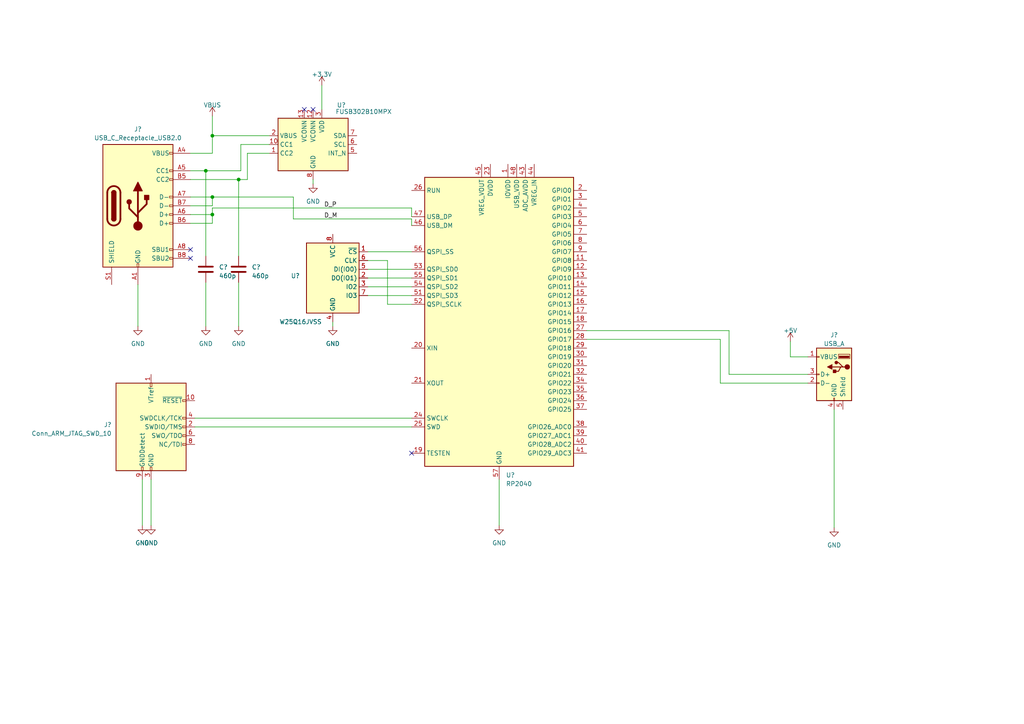
<source format=kicad_sch>
(kicad_sch (version 20230121) (generator eeschema)
  (paper "A4")
  (lib_symbols
    (symbol "Connector:Conn_ARM_JTAG_SWD_10" (pin_names (offset 1.016))
      (property "Reference" "J" (at -2.54 16.51 0))
      (property "Value" "Conn_ARM_JTAG_SWD_10" (at -2.54 13.97 0))
      (symbol "Conn_ARM_JTAG_SWD_10_0_1"
        (rectangle (start -10.16 12.7) (end 10.16 -12.7) (stroke (width 0.254)) (fill (type background)))
        (rectangle (start -2.794 -12.7) (end -2.286 -11.684))
        (rectangle (start -0.254 -12.7) (end 0.254 -11.684))
        (rectangle (start -0.254 12.7) (end 0.254 11.684))
        (rectangle (start 9.144 2.286) (end 10.16 2.794))
        (rectangle (start 10.16 -2.794) (end 9.144 -2.286))
        (rectangle (start 10.16 -0.254) (end 9.144 0.254))
        (rectangle (start 10.16 7.874) (end 9.144 7.366))
      )
      (symbol "Conn_ARM_JTAG_SWD_10_1_1"
        (rectangle (start 9.144 -5.334) (end 10.16 -4.826))
        (pin power_in line (at 0 15.24 270) (length 2.54) (name "VTref") (number "1"))
        (pin open_collector line (at 12.7 7.62 180) (length 2.54) (name "~{RESET}") (number "10"))
        (pin bidirectional line (at 12.7 0 180) (length 2.54) (name "SWDIO/TMS") (number "2"))
        (pin power_in line (at 0 -15.24 90) (length 2.54) (name "GND") (number "3"))
        (pin output line (at 12.7 2.54 180) (length 2.54) (name "SWDCLK/TCK") (number "4"))
        (pin passive line (at 0 -15.24 90) (length 2.54) hide (name "GND") (number "5"))
        (pin input line (at 12.7 -2.54 180) (length 2.54) (name "SWO/TDO") (number "6"))
        (pin no_connect line (at -10.16 0 0) (length 2.54) hide (name "KEY") (number "7"))
        (pin output line (at 12.7 -5.08 180) (length 2.54) (name "NC/TDI") (number "8"))
        (pin passive line (at -2.54 -15.24 90) (length 2.54) (name "GNDDetect") (number "9"))
      )
    )
    (symbol "Connector:USB_A" (pin_names (offset 1.016))
      (property "Reference" "J" (at -5.08 11.43 0))
      (property "Value" "USB_A" (at -5.08 8.89 0))
      (symbol "USB_A_0_1"
        (rectangle (start -5.08 -7.62) (end 5.08 7.62) (stroke (width 0.254)) (fill (type background)))
        (circle (center -3.81 2.159) (radius 0.635) (stroke (width 0.254)) (fill (type outline)))
        (rectangle (start -1.524 4.826) (end -4.318 5.334) (fill (type outline)))
        (rectangle (start -1.27 4.572) (end -4.572 5.842))
        (circle (center -0.635 3.429) (radius 0.381) (stroke (width 0.254)) (fill (type outline)))
        (rectangle (start -0.127 -7.62) (end 0.127 -6.858))
        (polyline (pts (xy -3.175 2.159) (xy -2.54 2.159) (xy -1.27 3.429) (xy -0.635 3.429)) (stroke (width 0.254)))
        (polyline (pts (xy -2.54 2.159) (xy -1.905 2.159) (xy -1.27 0.889) (xy 0 0.889)) (stroke (width 0.254)))
        (polyline (pts (xy 0.635 2.794) (xy 0.635 1.524) (xy 1.905 2.159) (xy 0.635 2.794)) (stroke (width 0.254)) (fill (type outline)))
        (rectangle (start 0.254 1.27) (end -0.508 0.508) (stroke (width 0.254)) (fill (type outline)))
        (rectangle (start 5.08 -2.667) (end 4.318 -2.413))
        (rectangle (start 5.08 -0.127) (end 4.318 0.127))
        (rectangle (start 5.08 4.953) (end 4.318 5.207))
      )
      (symbol "USB_A_1_1"
        (polyline (pts (xy -1.905 2.159) (xy 0.635 2.159)) (stroke (width 0.254)))
        (pin power_in line (at 7.62 5.08 180) (length 2.54) (name "VBUS") (number "1"))
        (pin bidirectional line (at 7.62 -2.54 180) (length 2.54) (name "D-") (number "2"))
        (pin bidirectional line (at 7.62 0 180) (length 2.54) (name "D+") (number "3"))
        (pin power_in line (at 0 -10.16 90) (length 2.54) (name "GND") (number "4"))
        (pin passive line (at -2.54 -10.16 90) (length 2.54) (name "Shield") (number "5"))
      )
    )
    (symbol "Connector:USB_C_Receptacle_USB2.0" (pin_names (offset 1.016))
      (property "Reference" "J" (at -10.16 19.05 0))
      (property "Value" "USB_C_Receptacle_USB2.0" (at 19.05 19.05 0))
      (symbol "USB_C_Receptacle_USB2.0_0_0"
        (rectangle (start -0.254 -17.78) (end 0.254 -16.764))
        (rectangle (start 10.16 -14.986) (end 9.144 -15.494))
        (rectangle (start 10.16 -12.446) (end 9.144 -12.954))
        (rectangle (start 10.16 -4.826) (end 9.144 -5.334))
        (rectangle (start 10.16 -2.286) (end 9.144 -2.794))
        (rectangle (start 10.16 0.254) (end 9.144 -0.254))
        (rectangle (start 10.16 2.794) (end 9.144 2.286))
        (rectangle (start 10.16 7.874) (end 9.144 7.366))
        (rectangle (start 10.16 10.414) (end 9.144 9.906))
        (rectangle (start 10.16 15.494) (end 9.144 14.986))
      )
      (symbol "USB_C_Receptacle_USB2.0_0_1"
        (rectangle (start -10.16 17.78) (end 10.16 -17.78) (stroke (width 0.254)) (fill (type background)))
        (arc (start -8.89 -3.81) (mid -6.985 -5.7067) (end -5.08 -3.81) (stroke (width 0.508)))
        (arc (start -7.62 -3.81) (mid -6.985 -4.4423) (end -6.35 -3.81) (stroke (width 0.254)))
        (arc (start -7.62 -3.81) (mid -6.985 -4.4423) (end -6.35 -3.81) (stroke (width 0.254)) (fill (type outline)))
        (rectangle (start -7.62 -3.81) (end -6.35 3.81) (stroke (width 0.254)) (fill (type outline)))
        (arc (start -6.35 3.81) (mid -6.985 4.4423) (end -7.62 3.81) (stroke (width 0.254)))
        (arc (start -6.35 3.81) (mid -6.985 4.4423) (end -7.62 3.81) (stroke (width 0.254)) (fill (type outline)))
        (arc (start -5.08 3.81) (mid -6.985 5.7067) (end -8.89 3.81) (stroke (width 0.508)))
        (circle (center -2.54 1.143) (radius 0.635) (stroke (width 0.254)) (fill (type outline)))
        (circle (center 0 -5.842) (radius 1.27) (fill (type outline)))
        (polyline (pts (xy -8.89 -3.81) (xy -8.89 3.81)) (stroke (width 0.508)))
        (polyline (pts (xy -5.08 3.81) (xy -5.08 -3.81)) (stroke (width 0.508)))
        (polyline (pts (xy 0 -5.842) (xy 0 4.318)) (stroke (width 0.508)))
        (polyline (pts (xy 0 -3.302) (xy -2.54 -0.762) (xy -2.54 0.508)) (stroke (width 0.508)))
        (polyline (pts (xy 0 -2.032) (xy 2.54 0.508) (xy 2.54 1.778)) (stroke (width 0.508)))
        (polyline (pts (xy -1.27 4.318) (xy 0 6.858) (xy 1.27 4.318) (xy -1.27 4.318)) (stroke (width 0.254)) (fill (type outline)))
        (rectangle (start 1.905 1.778) (end 3.175 3.048) (stroke (width 0.254)) (fill (type outline)))
      )
      (symbol "USB_C_Receptacle_USB2.0_1_1"
        (pin passive line (at 0 -22.86 90) (length 5.08) (name "GND") (number "A1"))
        (pin passive line (at 0 -22.86 90) (length 5.08) hide (name "GND") (number "A12"))
        (pin passive line (at 15.24 15.24 180) (length 5.08) (name "VBUS") (number "A4"))
        (pin bidirectional line (at 15.24 10.16 180) (length 5.08) (name "CC1") (number "A5"))
        (pin bidirectional line (at 15.24 -2.54 180) (length 5.08) (name "D+") (number "A6"))
        (pin bidirectional line (at 15.24 2.54 180) (length 5.08) (name "D-") (number "A7"))
        (pin bidirectional line (at 15.24 -12.7 180) (length 5.08) (name "SBU1") (number "A8"))
        (pin passive line (at 15.24 15.24 180) (length 5.08) hide (name "VBUS") (number "A9"))
        (pin passive line (at 0 -22.86 90) (length 5.08) hide (name "GND") (number "B1"))
        (pin passive line (at 0 -22.86 90) (length 5.08) hide (name "GND") (number "B12"))
        (pin passive line (at 15.24 15.24 180) (length 5.08) hide (name "VBUS") (number "B4"))
        (pin bidirectional line (at 15.24 7.62 180) (length 5.08) (name "CC2") (number "B5"))
        (pin bidirectional line (at 15.24 -5.08 180) (length 5.08) (name "D+") (number "B6"))
        (pin bidirectional line (at 15.24 0 180) (length 5.08) (name "D-") (number "B7"))
        (pin bidirectional line (at 15.24 -15.24 180) (length 5.08) (name "SBU2") (number "B8"))
        (pin passive line (at 15.24 15.24 180) (length 5.08) hide (name "VBUS") (number "B9"))
        (pin passive line (at -7.62 -22.86 90) (length 5.08) (name "SHIELD") (number "S1"))
      )
    )
    (symbol "Device:C" (pin_numbers hide) (pin_names (offset 0.254))
      (property "Reference" "C" (at 0.635 2.54 0))
      (property "Value" "C" (at 0.635 -2.54 0))
      (symbol "C_0_1"
        (polyline (pts (xy -2.032 -0.762) (xy 2.032 -0.762)) (stroke (width 0.508)))
        (polyline (pts (xy -2.032 0.762) (xy 2.032 0.762)) (stroke (width 0.508)))
      )
      (symbol "C_1_1"
        (pin passive line (at 0 3.81 270) (length 2.794) (name "~") (number "1"))
        (pin passive line (at 0 -3.81 90) (length 2.794) (name "~") (number "2"))
      )
    )
    (symbol "Interface_USB:FUSB302B10MPX"
      (property "Reference" "U" (at -10.16 8.89 0))
      (property "Value" "FUSB302B10MPX" (at 3.81 8.89 0))
      (symbol "FUSB302B10MPX_0_1"
        (rectangle (start -10.16 7.62) (end 10.16 -7.62) (stroke (width 0.254)) (fill (type background)))
      )
      (symbol "FUSB302B10MPX_1_1"
        (pin bidirectional line (at 12.7 -2.54 180) (length 2.54) (name "CC2") (number "1"))
        (pin bidirectional line (at 12.7 0 180) (length 2.54) (name "CC1") (number "10"))
        (pin bidirectional line (at 12.7 0 180) (length 2.54) hide (name "CC1") (number "11"))
        (pin power_in line (at 0 10.16 270) (length 2.54) (name "VCONN") (number "12"))
        (pin power_in line (at 2.54 10.16 270) (length 2.54) (name "VCONN") (number "13"))
        (pin bidirectional line (at 12.7 -2.54 180) (length 2.54) hide (name "CC2") (number "14"))
        (pin passive line (at 0 -10.16 90) (length 2.54) hide (name "GND") (number "15"))
        (pin input line (at 12.7 2.54 180) (length 2.54) (name "VBUS") (number "2"))
        (pin power_in line (at -2.54 10.16 270) (length 2.54) (name "VDD") (number "3"))
        (pin passive line (at -2.54 10.16 270) (length 2.54) hide (name "VDD") (number "4"))
        (pin open_collector line (at -12.7 -2.54 0) (length 2.54) (name "INT_N") (number "5"))
        (pin input line (at -12.7 0 0) (length 2.54) (name "SCL") (number "6"))
        (pin bidirectional line (at -12.7 2.54 0) (length 2.54) (name "SDA") (number "7"))
        (pin power_in line (at 0 -10.16 90) (length 2.54) (name "GND") (number "8"))
        (pin passive line (at 0 -10.16 90) (length 2.54) hide (name "GND") (number "9"))
      )
    )
    (symbol "MCU_RaspberryPi:RP2040"
      (property "Reference" "U" (at 17.78 45.72 0))
      (property "Value" "RP2040" (at 17.78 43.18 0))
      (symbol "RP2040_0_1"
        (rectangle (start -21.59 41.91) (end 21.59 -41.91) (stroke (width 0.254)) (fill (type background)))
      )
      (symbol "RP2040_1_1"
        (pin power_in line (at 2.54 45.72 270) (length 3.81) (name "IOVDD") (number "1"))
        (pin passive line (at 2.54 45.72 270) (length 3.81) hide (name "IOVDD") (number "10"))
        (pin bidirectional line (at 25.4 17.78 180) (length 3.81) (name "GPIO8") (number "11"))
        (pin bidirectional line (at 25.4 15.24 180) (length 3.81) (name "GPIO9") (number "12"))
        (pin bidirectional line (at 25.4 12.7 180) (length 3.81) (name "GPIO10") (number "13"))
        (pin bidirectional line (at 25.4 10.16 180) (length 3.81) (name "GPIO11") (number "14"))
        (pin bidirectional line (at 25.4 7.62 180) (length 3.81) (name "GPIO12") (number "15"))
        (pin bidirectional line (at 25.4 5.08 180) (length 3.81) (name "GPIO13") (number "16"))
        (pin bidirectional line (at 25.4 2.54 180) (length 3.81) (name "GPIO14") (number "17"))
        (pin bidirectional line (at 25.4 0 180) (length 3.81) (name "GPIO15") (number "18"))
        (pin input line (at -25.4 -38.1 0) (length 3.81) (name "TESTEN") (number "19"))
        (pin bidirectional line (at 25.4 38.1 180) (length 3.81) (name "GPIO0") (number "2"))
        (pin input line (at -25.4 -7.62 0) (length 3.81) (name "XIN") (number "20"))
        (pin passive line (at -25.4 -17.78 0) (length 3.81) (name "XOUT") (number "21"))
        (pin passive line (at 2.54 45.72 270) (length 3.81) hide (name "IOVDD") (number "22"))
        (pin power_in line (at -2.54 45.72 270) (length 3.81) (name "DVDD") (number "23"))
        (pin input line (at -25.4 -27.94 0) (length 3.81) (name "SWCLK") (number "24"))
        (pin bidirectional line (at -25.4 -30.48 0) (length 3.81) (name "SWD") (number "25"))
        (pin input line (at -25.4 38.1 0) (length 3.81) (name "RUN") (number "26"))
        (pin bidirectional line (at 25.4 -2.54 180) (length 3.81) (name "GPIO16") (number "27"))
        (pin bidirectional line (at 25.4 -5.08 180) (length 3.81) (name "GPIO17") (number "28"))
        (pin bidirectional line (at 25.4 -7.62 180) (length 3.81) (name "GPIO18") (number "29"))
        (pin bidirectional line (at 25.4 35.56 180) (length 3.81) (name "GPIO1") (number "3"))
        (pin bidirectional line (at 25.4 -10.16 180) (length 3.81) (name "GPIO19") (number "30"))
        (pin bidirectional line (at 25.4 -12.7 180) (length 3.81) (name "GPIO20") (number "31"))
        (pin bidirectional line (at 25.4 -15.24 180) (length 3.81) (name "GPIO21") (number "32"))
        (pin passive line (at 2.54 45.72 270) (length 3.81) hide (name "IOVDD") (number "33"))
        (pin bidirectional line (at 25.4 -17.78 180) (length 3.81) (name "GPIO22") (number "34"))
        (pin bidirectional line (at 25.4 -20.32 180) (length 3.81) (name "GPIO23") (number "35"))
        (pin bidirectional line (at 25.4 -22.86 180) (length 3.81) (name "GPIO24") (number "36"))
        (pin bidirectional line (at 25.4 -25.4 180) (length 3.81) (name "GPIO25") (number "37"))
        (pin bidirectional line (at 25.4 -30.48 180) (length 3.81) (name "GPIO26_ADC0") (number "38"))
        (pin bidirectional line (at 25.4 -33.02 180) (length 3.81) (name "GPIO27_ADC1") (number "39"))
        (pin bidirectional line (at 25.4 33.02 180) (length 3.81) (name "GPIO2") (number "4"))
        (pin bidirectional line (at 25.4 -35.56 180) (length 3.81) (name "GPIO28_ADC2") (number "40"))
        (pin bidirectional line (at 25.4 -38.1 180) (length 3.81) (name "GPIO29_ADC3") (number "41"))
        (pin passive line (at 2.54 45.72 270) (length 3.81) hide (name "IOVDD") (number "42"))
        (pin power_in line (at 7.62 45.72 270) (length 3.81) (name "ADC_AVDD") (number "43"))
        (pin power_in line (at 10.16 45.72 270) (length 3.81) (name "VREG_IN") (number "44"))
        (pin power_out line (at -5.08 45.72 270) (length 3.81) (name "VREG_VOUT") (number "45"))
        (pin bidirectional line (at -25.4 27.94 0) (length 3.81) (name "USB_DM") (number "46"))
        (pin bidirectional line (at -25.4 30.48 0) (length 3.81) (name "USB_DP") (number "47"))
        (pin power_in line (at 5.08 45.72 270) (length 3.81) (name "USB_VDD") (number "48"))
        (pin passive line (at 2.54 45.72 270) (length 3.81) hide (name "IOVDD") (number "49"))
        (pin bidirectional line (at 25.4 30.48 180) (length 3.81) (name "GPIO3") (number "5"))
        (pin passive line (at -2.54 45.72 270) (length 3.81) hide (name "DVDD") (number "50"))
        (pin bidirectional line (at -25.4 7.62 0) (length 3.81) (name "QSPI_SD3") (number "51"))
        (pin output line (at -25.4 5.08 0) (length 3.81) (name "QSPI_SCLK") (number "52"))
        (pin bidirectional line (at -25.4 15.24 0) (length 3.81) (name "QSPI_SD0") (number "53"))
        (pin bidirectional line (at -25.4 10.16 0) (length 3.81) (name "QSPI_SD2") (number "54"))
        (pin bidirectional line (at -25.4 12.7 0) (length 3.81) (name "QSPI_SD1") (number "55"))
        (pin bidirectional line (at -25.4 20.32 0) (length 3.81) (name "QSPI_SS") (number "56"))
        (pin power_in line (at 0 -45.72 90) (length 3.81) (name "GND") (number "57"))
        (pin bidirectional line (at 25.4 27.94 180) (length 3.81) (name "GPIO4") (number "6"))
        (pin bidirectional line (at 25.4 25.4 180) (length 3.81) (name "GPIO5") (number "7"))
        (pin bidirectional line (at 25.4 22.86 180) (length 3.81) (name "GPIO6") (number "8"))
        (pin bidirectional line (at 25.4 20.32 180) (length 3.81) (name "GPIO7") (number "9"))
      )
    )
    (symbol "Memory_Flash:W25Q32JVSS"
      (property "Reference" "U" (at -6.35 11.43 0))
      (property "Value" "W25Q32JVSS" (at 7.62 11.43 0))
      (symbol "W25Q32JVSS_0_1"
        (rectangle (start -7.62 10.16) (end 7.62 -10.16) (stroke (width 0.254)) (fill (type background)))
      )
      (symbol "W25Q32JVSS_1_1"
        (pin input line (at -10.16 7.62 0) (length 2.54) (name "~{CS}") (number "1"))
        (pin bidirectional line (at -10.16 0 0) (length 2.54) (name "DO(IO1)") (number "2"))
        (pin bidirectional line (at -10.16 -2.54 0) (length 2.54) (name "IO2") (number "3"))
        (pin power_in line (at 0 -12.7 90) (length 2.54) (name "GND") (number "4"))
        (pin bidirectional line (at -10.16 2.54 0) (length 2.54) (name "DI(IO0)") (number "5"))
        (pin input line (at -10.16 5.08 0) (length 2.54) (name "CLK") (number "6"))
        (pin bidirectional line (at -10.16 -5.08 0) (length 2.54) (name "IO3") (number "7"))
        (pin power_in line (at 0 12.7 270) (length 2.54) (name "VCC") (number "8"))
      )
    )
    (symbol "power:+3.3V" (power) (pin_names (offset 0))
      (property "Value" "+3.3V" (at 0 3.556 0))
      (symbol "+3.3V_0_1"
        (polyline (pts (xy -0.762 1.27) (xy 0 2.54)))
        (polyline (pts (xy 0 0) (xy 0 2.54)))
        (polyline (pts (xy 0 2.54) (xy 0.762 1.27)))
      )
      (symbol "+3.3V_1_1"
        (pin power_in line (at 0 0 90) (length 0) hide (name "+3.3V") (number "1"))
      )
    )
    (symbol "power:+5V" (power) (pin_names (offset 0))
      (property "Value" "+5V" (at 0 3.556 0))
      (symbol "+5V_0_1"
        (polyline (pts (xy -0.762 1.27) (xy 0 2.54)))
        (polyline (pts (xy 0 0) (xy 0 2.54)))
        (polyline (pts (xy 0 2.54) (xy 0.762 1.27)))
      )
      (symbol "+5V_1_1"
        (pin power_in line (at 0 0 90) (length 0) hide (name "+5V") (number "1"))
      )
    )
    (symbol "power:GND" (power) (pin_names (offset 0))
      (property "Value" "GND" (at 0 -3.81 0))
      (symbol "GND_0_1"
        (polyline (pts (xy 0 0) (xy 0 -1.27) (xy 1.27 -1.27) (xy 0 -2.54) (xy -1.27 -1.27) (xy 0 -1.27)))
      )
      (symbol "GND_1_1"
        (pin power_in line (at 0 0 270) (length 0) hide (name "GND") (number "1"))
      )
    )
    (symbol "power:VBUS" (power) (pin_names (offset 0))
      (property "Value" "VBUS" (at 0 3.81 0))
      (symbol "VBUS_0_1"
        (polyline (pts (xy -0.762 1.27) (xy 0 2.54)))
        (polyline (pts (xy 0 0) (xy 0 2.54)))
        (polyline (pts (xy 0 2.54) (xy 0.762 1.27)))
      )
      (symbol "VBUS_1_1"
        (pin power_in line (at 0 0 90) (length 0) hide (name "VBUS") (number "1"))
      )
    )
  )
  (junction (at 69.215 52.07))
  (junction (at 59.69 49.53))
  (junction (at 61.595 39.37))
  (junction (at 61.595 62.23))
  (junction (at 61.595 57.15))
  (no_connect (at 88.265 31.75))
  (no_connect (at 90.805 31.75))
  (no_connect (at 55.245 72.39))
  (no_connect (at 55.245 74.93))
  (no_connect (at 119.38 131.445))
  (wire (pts (xy 61.595 60.325) (xy 61.595 62.23)))
  (wire (pts (xy 56.515 121.285) (xy 119.38 121.285)))
  (wire (pts (xy 69.85 41.91) (xy 78.105 41.91)))
  (wire (pts (xy 234.315 103.505) (xy 229.235 103.505)))
  (wire (pts (xy 119.38 63.5) (xy 85.09 63.5)))
  (wire (pts (xy 241.935 153.035) (xy 241.935 118.745)))
  (wire (pts (xy 144.78 152.4) (xy 144.78 139.065)))
  (wire (pts (xy 106.68 83.185) (xy 119.38 83.185)))
  (wire (pts (xy 61.595 62.23) (xy 61.595 64.77)))
  (wire (pts (xy 69.215 94.615) (xy 69.215 81.915)))
  (wire (pts (xy 85.09 63.5) (xy 85.09 57.15)))
  (wire (pts (xy 106.68 80.645) (xy 119.38 80.645)))
  (wire (pts (xy 170.18 95.885) (xy 211.455 95.885)))
  (wire (pts (xy 55.245 64.77) (xy 61.595 64.77)))
  (wire (pts (xy 69.85 49.53) (xy 59.69 49.53)))
  (wire (pts (xy 59.69 94.615) (xy 59.69 81.915)))
  (wire (pts (xy 208.915 98.425) (xy 170.18 98.425)))
  (wire (pts (xy 59.69 49.53) (xy 55.245 49.53)))
  (wire (pts (xy 56.515 123.825) (xy 119.38 123.825)))
  (wire (pts (xy 69.85 41.91) (xy 69.85 49.53)))
  (wire (pts (xy 119.38 60.325) (xy 119.38 62.865)))
  (wire (pts (xy 61.595 39.37) (xy 78.105 39.37)))
  (wire (pts (xy 229.235 103.505) (xy 229.235 99.06)))
  (wire (pts (xy 90.805 53.34) (xy 90.805 52.07)))
  (wire (pts (xy 69.215 52.07) (xy 71.755 52.07)))
  (wire (pts (xy 41.275 152.4) (xy 41.275 139.065)))
  (wire (pts (xy 55.245 62.23) (xy 61.595 62.23)))
  (wire (pts (xy 85.09 57.15) (xy 61.595 57.15)))
  (wire (pts (xy 61.595 60.325) (xy 119.38 60.325)))
  (wire (pts (xy 211.455 95.885) (xy 211.455 108.585)))
  (wire (pts (xy 112.395 88.265) (xy 119.38 88.265)))
  (wire (pts (xy 71.755 44.45) (xy 71.755 52.07)))
  (wire (pts (xy 69.215 74.295) (xy 69.215 52.07)))
  (wire (pts (xy 61.595 33.655) (xy 61.595 39.37)))
  (wire (pts (xy 61.595 57.15) (xy 61.595 59.69)))
  (wire (pts (xy 112.395 75.565) (xy 112.395 88.265)))
  (wire (pts (xy 61.595 59.69) (xy 55.245 59.69)))
  (wire (pts (xy 71.755 44.45) (xy 78.105 44.45)))
  (wire (pts (xy 106.68 73.025) (xy 119.38 73.025)))
  (wire (pts (xy 55.245 44.45) (xy 61.595 44.45)))
  (wire (pts (xy 55.245 52.07) (xy 69.215 52.07)))
  (wire (pts (xy 234.315 111.125) (xy 208.915 111.125)))
  (wire (pts (xy 106.68 75.565) (xy 112.395 75.565)))
  (wire (pts (xy 93.345 24.765) (xy 93.345 31.75)))
  (wire (pts (xy 59.69 49.53) (xy 59.69 74.295)))
  (wire (pts (xy 106.68 85.725) (xy 119.38 85.725)))
  (wire (pts (xy 55.245 57.15) (xy 61.595 57.15)))
  (wire (pts (xy 43.815 152.4) (xy 43.815 139.065)))
  (wire (pts (xy 40.005 94.615) (xy 40.005 82.55)))
  (wire (pts (xy 61.595 44.45) (xy 61.595 39.37)))
  (wire (pts (xy 119.38 63.5) (xy 119.38 65.405)))
  (wire (pts (xy 208.915 111.125) (xy 208.915 98.425)))
  (wire (pts (xy 96.52 94.615) (xy 96.52 93.345)))
  (wire (pts (xy 106.68 78.105) (xy 119.38 78.105)))
  (wire (pts (xy 211.455 108.585) (xy 234.315 108.585)))
  (label "D_M" (at 93.98 63.5 0))
  (label "D_P" (at 93.98 60.325 0))
  (symbol (lib_id "power:GND") (at 43.815 152.4 0) (unit 1)
    (property "Reference" "#PWR?" (effects hide))
    (property "Value" "GND" (at 43.815 157.48 0))
    (instances (project "Open_hand" (path "" (reference "#PWR?") (unit 1)) (path "" (reference "#PWR0111") (unit 1))))
  )
  (symbol (lib_id "power:VBUS") (at 61.595 33.655 0) (unit 1)
    (property "Reference" "#PWR?" (effects hide))
    (property "Value" "VBUS" (at 61.595 30.48 0))
    (instances (project "Open_hand" (path "" (reference "#PWR?") (unit 1)) (path "" (reference "#PWR0105") (unit 1))))
  )
  (symbol (lib_id "power:GND") (at 144.78 152.4 0) (unit 1)
    (property "Reference" "#PWR?" (effects hide))
    (property "Value" "GND" (at 144.78 157.48 0))
    (instances (project "Open_hand" (path "" (reference "#PWR?") (unit 1)) (path "" (reference "#PWR0102") (unit 1))))
  )
  (symbol (lib_id "Connector:Conn_ARM_JTAG_SWD_10") (at 43.815 123.825 0) (unit 1)
    (property "Reference" "J?" (at 32.385 123.19 0) (effects (justify right)))
    (property "Value" "Conn_ARM_JTAG_SWD_10" (at 32.385 125.73 0) (effects (justify right)))
    (property "Datasheet" "http://infocenter.arm.com/help/topic/com.arm.doc.ddi0314h/DDI0314H_coresight_components_trm.pdf" (effects hide))
    (instances (project "Open_hand" (path "" (reference "J?") (unit 1)) (path "" (reference "J2") (unit 1))))
  )
  (symbol (lib_id "Connector:USB_A") (at 241.935 108.585 0) (mirror y) (unit 1)
    (property "Reference" "J?" (at 241.935 97.155 0))
    (property "Value" "USB_A" (at 241.935 99.695 0))
    (property "Footprint" "Connector_USB:USB_A_TE_292303-7_Horizontal" (effects hide))
    (property "Datasheet" " ~" (effects hide))
    (instances (project "Open_hand" (path "" (reference "J?") (unit 1)) (path "" (reference "J3") (unit 1))))
  )
  (symbol (lib_id "power:GND") (at 96.52 94.615 0) (unit 1)
    (property "Reference" "#PWR?" (effects hide))
    (property "Value" "GND" (at 96.52 99.695 0))
    (instances (project "Open_hand" (path "" (reference "#PWR?") (unit 1)) (path "" (reference "#PWR0107") (unit 1))))
  )
  (symbol (lib_id "power:GND") (at 40.005 94.615 0) (unit 1)
    (property "Reference" "#PWR?" (effects hide))
    (property "Value" "GND" (at 40.005 99.695 0))
    (instances (project "Open_hand" (path "" (reference "#PWR?") (unit 1)) (path "" (reference "#PWR0112") (unit 1))))
  )
  (symbol (lib_id "power:+5V") (at 229.235 99.06 0) (unit 1)
    (property "Reference" "#PWR?" (effects hide))
    (property "Value" "+5V" (at 229.235 95.885 0))
    (instances (project "Open_hand" (path "" (reference "#PWR?") (unit 1)) (path "" (reference "#PWR0103") (unit 1))))
  )
  (symbol (lib_id "Device:C") (at 59.69 78.105 0) (unit 1)
    (property "Reference" "C?" (at 63.5 77.47 0) (effects (justify left)))
    (property "Value" "460p" (at 63.5 80.01 0) (effects (justify left)))
    (instances (project "Open_hand" (path "" (reference "C?") (unit 1)) (path "" (reference "C43") (unit 1))))
  )
  (symbol (lib_id "power:GND") (at 241.935 153.035 0) (unit 1)
    (property "Reference" "#PWR?" (effects hide))
    (property "Value" "GND" (at 241.935 158.115 0))
    (instances (project "Open_hand" (path "" (reference "#PWR?") (unit 1)) (path "" (reference "#PWR0101") (unit 1))))
  )
  (symbol (lib_id "power:+3.3V") (at 93.345 24.765 0) (unit 1)
    (property "Reference" "#PWR?" (effects hide))
    (property "Value" "+3.3V" (at 93.345 21.59 0))
    (instances (project "Open_hand" (path "" (reference "#PWR?") (unit 1)) (path "" (reference "#PWR0106") (unit 1))))
  )
  (symbol (lib_id "power:GND") (at 59.69 94.615 0) (unit 1)
    (property "Reference" "#PWR?" (effects hide))
    (property "Value" "GND" (at 59.69 99.695 0))
    (instances (project "Open_hand" (path "" (reference "#PWR?") (unit 1)) (path "" (reference "#PWR0109") (unit 1))))
  )
  (symbol (lib_id "Connector:USB_C_Receptacle_USB2.0") (at 40.005 59.69 0) (unit 1)
    (property "Reference" "J?" (at 40.005 37.465 0))
    (property "Value" "USB_C_Receptacle_USB2.0" (at 40.005 40.005 0))
    (property "Footprint" "Connector_USB:USB_C_Receptacle_HRO_TYPE-C-31-M-12" (effects hide))
    (property "Datasheet" "https://www.usb.org/sites/default/files/documents/usb_type-c.zip" (effects hide))
    (instances (project "Open_hand" (path "" (reference "J?") (unit 1)) (path "" (reference "J1") (unit 1))))
  )
  (symbol (lib_id "Device:C") (at 69.215 78.105 0) (unit 1)
    (property "Reference" "C?" (at 73.025 77.47 0) (effects (justify left)))
    (property "Value" "460p" (at 73.025 80.01 0) (effects (justify left)))
    (instances (project "Open_hand" (path "" (reference "C?") (unit 1)) (path "" (reference "C44") (unit 1))))
  )
  (symbol (lib_id "Memory_Flash:W25Q32JVSS") (at 96.52 80.645 0) (mirror y) (unit 1)
    (property "Reference" "U?" (at 86.995 80.01 0) (effects (justify left)))
    (property "Value" "W25Q16JVSS" (at 93.345 93.345 0) (effects (justify left)))
    (property "Footprint" "Package_SO:SOIC-8_5.23x5.23mm_P1.27mm" (effects hide))
    (property "Datasheet" "http://www.winbond.com/resource-files/w25q32jv%20revg%2003272018%20plus.pdf" (effects hide))
    (instances (project "Open_hand" (path "" (reference "U?") (unit 1)) (path "" (reference "U16") (unit 1))))
  )
  (symbol (lib_id "Interface_USB:FUSB302B10MPX") (at 90.805 41.91 0) (mirror y) (unit 1)
    (property "Reference" "U?" (at 100.33 30.48 0) (effects (justify left)))
    (property "Value" "FUSB302B10MPX" (at 113.665 32.385 0) (effects (justify left)))
    (property "Footprint" "Package_DFN_QFN:WQFN-14-1EP_2.5x2.5mm_P0.5mm_EP1.45x1.45mm" (effects hide))
    (property "Datasheet" "http://www.onsemi.com/pub/Collateral/FUSB302B-D.PDF" (effects hide))
    (instances (project "Open_hand" (path "" (reference "U?") (unit 1)) (path "" (reference "U15") (unit 1))))
  )
  (symbol (lib_id "power:GND") (at 90.805 53.34 0) (unit 1)
    (property "Reference" "#PWR?" (effects hide))
    (property "Value" "GND" (at 90.805 58.42 0))
    (instances (project "Open_hand" (path "" (reference "#PWR?") (unit 1)) (path "" (reference "#PWR0104") (unit 1))))
  )
  (symbol (lib_id "MCU_RaspberryPi:RP2040") (at 144.78 93.345 0) (unit 1)
    (property "Reference" "U?" (at 146.7359 137.795 0) (effects (justify left)))
    (property "Value" "RP2040" (at 146.7359 140.335 0) (effects (justify left)))
    (property "Footprint" "Package_DFN_QFN:QFN-56-1EP_7x7mm_P0.4mm_EP3.2x3.2mm" (effects hide))
    (property "Datasheet" "https://datasheets.raspberrypi.com/rp2040/rp2040-datasheet.pdf" (effects hide))
    (instances (project "Open_hand" (path "" (reference "U?") (unit 1)) (path "" (reference "U17") (unit 1))))
  )
  (symbol (lib_id "power:GND") (at 69.215 94.615 0) (unit 1)
    (property "Reference" "#PWR?" (effects hide))
    (property "Value" "GND" (at 69.215 99.695 0))
    (instances (project "Open_hand" (path "" (reference "#PWR?") (unit 1)) (path "" (reference "#PWR0108") (unit 1))))
  )
  (symbol (lib_id "power:GND") (at 41.275 152.4 0) (unit 1)
    (property "Reference" "#PWR?" (effects hide))
    (property "Value" "GND" (at 41.275 157.48 0))
    (instances (project "Open_hand" (path "" (reference "#PWR?") (unit 1)) (path "" (reference "#PWR0110") (unit 1))))
  )
)
</source>
